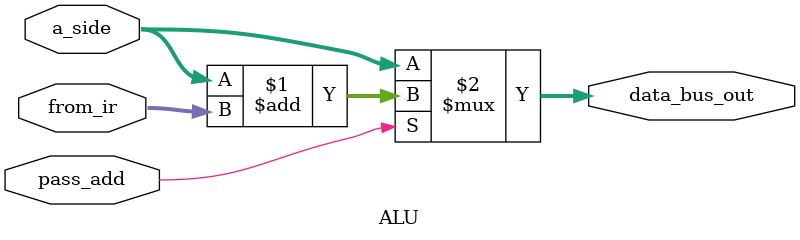
<source format=v>
module ALU(a_side, from_ir, pass_add, data_bus_out);

input [7:0] a_side, from_ir;
input pass_add;
output [7:0] data_bus_out;

assign data_bus_out = pass_add ? a_side + from_ir: a_side;

endmodule
</source>
